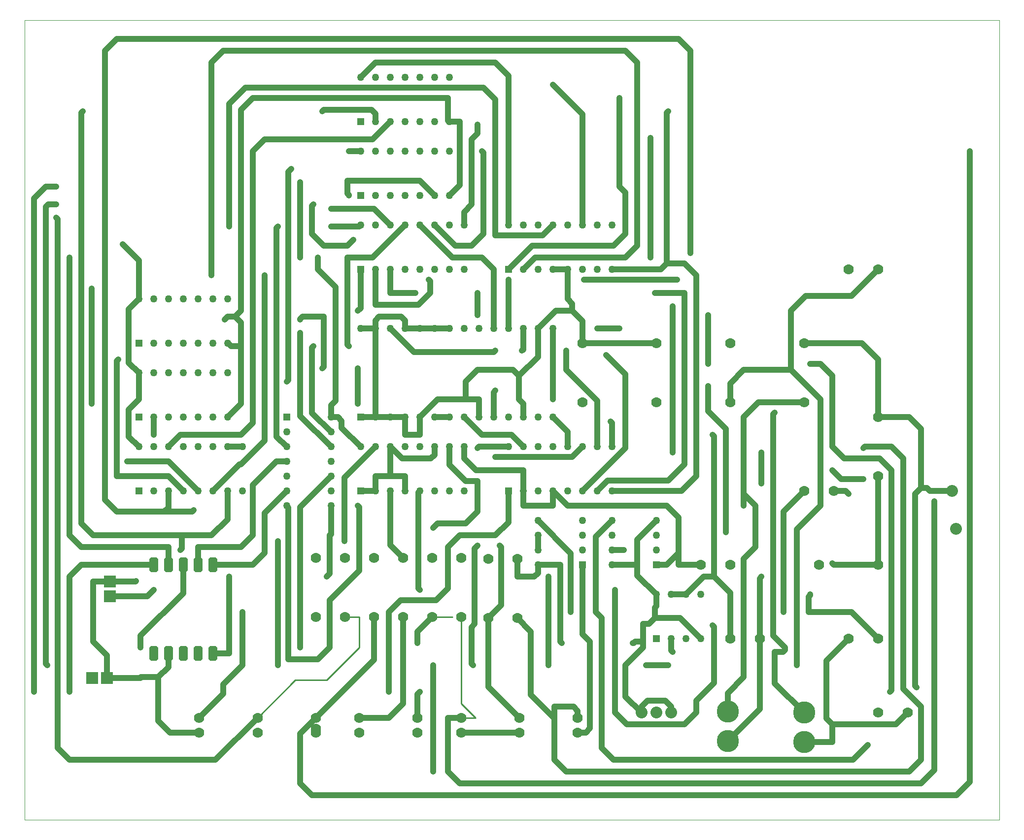
<source format=gbr>
G04 PROTEUS GERBER X2 FILE*
%TF.GenerationSoftware,Labcenter,Proteus,8.16-SP3-Build36097*%
%TF.CreationDate,2024-05-06T12:20:01+00:00*%
%TF.FileFunction,Copper,L2,Bot*%
%TF.FilePolarity,Positive*%
%TF.Part,Single*%
%TF.SameCoordinates,{807a0646-054e-4b8c-a3a0-1762012dc6c7}*%
%FSLAX45Y45*%
%MOMM*%
G01*
%TA.AperFunction,Conductor*%
%ADD10C,1.016000*%
%ADD11C,0.254000*%
%TA.AperFunction,ViaPad*%
%ADD14C,0.762000*%
%TA.AperFunction,ComponentPad*%
%ADD15C,1.778000*%
%TA.AperFunction,ComponentPad*%
%ADD16R,1.270000X1.270000*%
%ADD17C,1.270000*%
%AMDIL008*
4,1,8,
-0.762000,0.965200,-0.457200,1.270000,0.457200,1.270000,0.762000,0.965200,0.762000,-0.965200,
0.457200,-1.270000,-0.457200,-1.270000,-0.762000,-0.965200,-0.762000,0.965200,
0*%
%TA.AperFunction,ComponentPad*%
%ADD18DIL008*%
%TA.AperFunction,ComponentPad*%
%ADD19C,3.810000*%
%TA.AperFunction,ComponentPad*%
%ADD70C,2.032000*%
%TA.AperFunction,ComponentPad*%
%ADD71R,2.032000X2.032000*%
%TA.AperFunction,OtherPad,Unknown*%
%ADD20C,1.778000*%
%TA.AperFunction,Profile*%
%ADD21C,0.101600*%
%TD.AperFunction*%
D10*
X+3628000Y-3200400D02*
X+3628000Y-4410400D01*
X+3080000Y-4958400D01*
X-6000000Y-4810400D02*
X-6502400Y-4810400D01*
X-6705600Y-4607200D01*
X-6705600Y-3860800D01*
X+500000Y-4810400D02*
X+641350Y-4810400D01*
X+711200Y-4740550D01*
X+711200Y-3251200D01*
X+580000Y-3120000D01*
X+580000Y-1930400D01*
X-1452000Y+101600D02*
X-1452000Y-101600D01*
X-1248800Y-304800D01*
X-436000Y-304800D01*
X-436000Y-660400D01*
X-1960000Y+101600D02*
X-1960000Y-38100D01*
X-2023500Y-101600D01*
X-2518800Y-101600D01*
X-2722000Y+101600D01*
X+4876800Y-4673600D02*
X+4876800Y-4978400D01*
X+4390000Y-4978400D01*
X+5152000Y-3200400D02*
X+4775200Y-3577200D01*
X+4775200Y-4572000D01*
X+4876800Y-4673600D01*
X+5964800Y-4673600D01*
X+6168000Y-4470400D01*
X+2235200Y-1727200D02*
X+2032000Y-1930400D01*
X+1850000Y-1930400D01*
X-7540000Y-2216400D02*
X-7823200Y-2216400D01*
X-7823200Y-3251200D01*
X-7586000Y-3488400D01*
X-7586000Y-3870400D01*
X-2743200Y-406400D02*
X-2468000Y-406400D01*
X-2468000Y-660400D01*
X-2976000Y-660400D02*
X-2976000Y-406400D01*
X-2743200Y-406400D01*
X+3628000Y-3200400D02*
X+3628000Y-2163200D01*
X+3657600Y-2133600D01*
X-6705600Y-3860800D02*
X-6532000Y-3687200D01*
X-6532000Y-3454400D01*
X-436000Y-660400D02*
X-436000Y-914400D01*
X+72000Y-914400D01*
X+72000Y-660400D01*
X+326000Y-914400D01*
X+2032000Y-914400D01*
X+2235200Y-1117600D01*
X+2235200Y-1727200D01*
X+5152000Y-711200D02*
X+5101200Y-660400D01*
X+4898000Y-660400D01*
X-7586000Y-3870400D02*
X-7010400Y-3870400D01*
X-7000800Y-3860800D01*
X-6705600Y-3860800D01*
X-2722000Y+101600D02*
X-2722000Y-385200D01*
X-2743200Y-406400D01*
X-500000Y-4810400D02*
X-1500000Y-4810400D01*
X-5516000Y+101600D02*
X-5262000Y+101600D01*
X-2976000Y-660400D02*
X-3230000Y-660400D01*
X+2612000Y-1930400D02*
X+2235200Y-1930400D01*
X+2235200Y-1727200D01*
X-7540000Y-2216400D02*
X-7093200Y-2216400D01*
X-7086600Y-2209800D01*
X-1981200Y-1295400D02*
X-1905000Y-1219200D01*
X-1422400Y-1219200D01*
X-1219200Y-1016000D01*
X-1219200Y-488950D01*
X-1422400Y-488950D01*
X-1706000Y-205350D01*
X-1706000Y+101600D01*
X-6604000Y-1016000D02*
X-6121400Y-1016000D01*
X-6096000Y-990600D01*
X-6604000Y-1016000D02*
X-6532000Y-944000D01*
X-6532000Y-660400D01*
X+2438400Y+3429000D02*
X+2438400Y+6908800D01*
X+2235200Y+7112000D01*
X-7416800Y+7112000D01*
X-7620000Y+6908800D01*
X-7620000Y-812800D01*
X-7416800Y-1016000D01*
X-6604000Y-1016000D01*
X+1219200Y+4775200D02*
X+1219200Y+6096000D01*
X-1981200Y-3657600D02*
X-1981200Y-5486400D01*
X-4648200Y-3657600D02*
X-4648200Y-1524000D01*
X+1219200Y+4775200D02*
X+1219200Y+4572000D01*
X+1320800Y+4470400D01*
X+1320800Y+3759200D01*
X+1117600Y+3556000D01*
X-283600Y+3556000D01*
X-690000Y+3149600D01*
X-1219200Y-1600200D02*
X-1267241Y-1648241D01*
X-1267241Y-2946400D01*
X-1320800Y-2999959D01*
X-1320800Y-3632200D01*
X-1295400Y-3657600D01*
X-5791200Y+3048000D02*
X-5791200Y+6705600D01*
X-5588000Y+6908800D01*
X+1320800Y+6908800D01*
X+1524000Y+6705600D01*
X+1524000Y+3556000D01*
X+1320800Y+3352800D01*
X-232800Y+3352800D01*
X-436000Y+3149600D01*
X-5770000Y-660400D02*
X-5312800Y-203200D01*
X-5283200Y-203200D01*
X-4876800Y+203200D01*
X-4876800Y+3048000D01*
X-6299200Y-1422400D02*
X-5791200Y-1422400D01*
X-5516000Y-1147200D01*
X-5516000Y-660400D01*
X-6299200Y-1422400D02*
X-7823200Y-1422400D01*
X-8026400Y-1219200D01*
X-8026400Y+5842000D01*
X-8001000Y+5867400D01*
X-2976000Y+5689600D02*
X-2976000Y+5829300D01*
X-3039500Y+5892800D01*
X-3860800Y+5892800D01*
X-3886200Y+5867400D01*
X+1752600Y+5410200D02*
X+1752600Y+3352800D01*
X-3505200Y-1524000D02*
X-3505200Y-427600D01*
X-2976000Y+101600D01*
X-6299200Y-1422400D02*
X-6299200Y-1651000D01*
X-6324600Y-1676400D01*
X-7239000Y-152400D02*
X-6532000Y-152400D01*
X-6024000Y-660400D01*
X-6781800Y+304800D02*
X-6786000Y+309000D01*
X-6786000Y+609600D01*
X-7391400Y+1600200D02*
X-7416800Y+1574800D01*
X-7416800Y-406400D01*
X-6532000Y-406400D01*
X-6278000Y-660400D01*
X+1596000Y-4470400D02*
X+1320800Y-4195200D01*
X+1320800Y-3657600D01*
X+1625600Y-3352800D01*
X+1625600Y-3251200D01*
X+1625600Y-2946400D02*
X+1625600Y-3251200D01*
X+2104000Y-4470400D02*
X+2104000Y-4368800D01*
X+2002400Y-4267200D01*
X+1697600Y-4267200D01*
X+1596000Y-4368800D01*
X+1596000Y-4470400D01*
X+6400800Y-609600D02*
X+6299200Y-711200D01*
X+6299200Y-4013200D01*
X+6324600Y-4038600D01*
X+4390000Y+1879600D02*
X+5384800Y+1879600D01*
X+5660000Y+1604400D01*
X+5660000Y+609600D01*
X+6197600Y+609600D01*
X+6400800Y+406400D01*
X+6400800Y-609600D01*
X+326000Y+3149600D02*
X+326000Y+2641600D01*
X+406400Y+2561200D01*
X+406400Y+2438400D01*
X-2500000Y-1810400D02*
X-2722000Y-1588400D01*
X-2722000Y-660400D01*
X+1828800Y-2844800D02*
X+2256400Y-2844800D01*
X+2612000Y-3200400D01*
X-182000Y+2133600D02*
X-182000Y+1646800D01*
X-508000Y+1320800D01*
X+1524000Y-1930400D02*
X+1524000Y-1494400D01*
X+1850000Y-1168400D01*
X+1850000Y-2438400D02*
X+1850000Y-2641600D01*
X+1828800Y-2662800D01*
X+1828800Y-2844800D01*
X+1625600Y-2946400D02*
X+1727200Y-2946400D01*
X+1828800Y-2844800D01*
X+1850000Y-2438400D02*
X+1524000Y-2112400D01*
X+1524000Y-1930400D01*
X+1524000Y-3251200D02*
X+1625600Y-3251200D01*
X-534482Y-1828882D02*
X-534482Y-2133600D01*
X-245500Y-2133600D01*
X-182000Y-2070100D01*
X-182000Y-1930400D01*
X+6400800Y-609600D02*
X+6502400Y-609600D01*
X+6553200Y-660400D01*
X+6930000Y-660400D01*
X-182000Y-1930400D02*
X+203200Y-1930400D01*
X+203200Y-3251200D01*
X+228600Y-3276600D01*
X+1524000Y-3251200D02*
X+1485900Y-3251200D01*
X+1460500Y-3276600D01*
X+1447800Y-3276600D01*
X-2976000Y+609600D02*
X-2976000Y+2133600D01*
X+1850000Y+1879600D02*
X+580000Y+1879600D01*
X-182000Y+2133600D02*
X+122800Y+2438400D01*
X+406400Y+2438400D01*
X+580000Y+1879600D02*
X+580000Y+2264800D01*
X+406400Y+2438400D01*
X-2214000Y+609600D02*
X-1909200Y+914400D01*
X-1422400Y+914400D01*
X-508000Y+1320800D02*
X-609600Y+1422400D01*
X-1219200Y+1422400D01*
X-1422400Y+1219200D01*
X-1422400Y+914400D01*
X-1198000Y+914400D01*
X-1198000Y+609600D01*
X+1524000Y-1930400D02*
X+1088000Y-1930400D01*
X-1960000Y+2133600D02*
X-1706000Y+2133600D01*
X-2214000Y+2133600D02*
X-2468000Y+2133600D01*
X-2976000Y+2133600D02*
X-3230000Y+2133600D01*
X-1960000Y+2133600D02*
X-2214000Y+2133600D01*
X-2722000Y+609600D02*
X-2468000Y+609600D01*
X-2468000Y+304800D01*
X-2214000Y+304800D01*
X-2214000Y+609600D01*
X-2976000Y+609600D02*
X-2722000Y+609600D01*
X+72000Y+3149600D02*
X+326000Y+3149600D01*
X-2976000Y+609600D02*
X-3230000Y+609600D01*
X-508000Y+1320800D02*
X-508000Y+914400D01*
X-436000Y+842400D01*
X-436000Y+609600D01*
X-2468000Y+2133600D02*
X-2468000Y+2273300D01*
X-2531500Y+2336800D01*
X-2912500Y+2336800D01*
X-2976000Y+2273300D01*
X-2976000Y+2133600D01*
X-6532000Y+101600D02*
X-6328800Y+304800D01*
X-5283200Y+304800D01*
X-5080000Y+508000D01*
X-5080000Y+5181600D01*
X-4876800Y+5384800D01*
X-3026800Y+5384800D01*
X-2722000Y+5689600D01*
X-5486400Y+3886200D02*
X-5486400Y+5994400D01*
X-5207000Y+6273800D01*
X-1117600Y+6273800D01*
X-914400Y+6070600D01*
X-914400Y+3733800D01*
X-105800Y+3733800D01*
X+72000Y+3911600D01*
X-4648200Y+3886200D02*
X-4673600Y+3860800D01*
X-4673600Y+275200D01*
X-4500000Y+101600D01*
X-4419600Y+4876800D02*
X-4470400Y+4826000D01*
X-4470400Y+1244600D01*
X-4495800Y+1219200D01*
X+76200Y+6324600D02*
X+580000Y+5820800D01*
X+580000Y+3911600D01*
X-4038600Y+1828800D02*
X-4064000Y+1803400D01*
X-4064000Y+681600D01*
X-3738000Y+355600D01*
X-6781800Y-2362200D02*
X-6890000Y-2470400D01*
X-7540000Y-2470400D01*
X-2209800Y-2362200D02*
X-2235200Y-2336800D01*
X-2235200Y-681600D01*
X-2214000Y-660400D01*
X-1960000Y+609600D02*
X-1706000Y+609600D01*
X-1452000Y+609600D02*
X-1147200Y+304800D01*
X-639200Y+304800D01*
X-436000Y+101600D01*
X+2743200Y+1143000D02*
X+2743200Y+711200D01*
X+3048000Y+406400D01*
X+3048000Y-1371600D01*
X-914400Y+1066800D02*
X-944000Y+1037200D01*
X-944000Y+609600D01*
X-3429000Y+1828800D02*
X-3454400Y+1854200D01*
X-3454400Y+3352800D01*
X-3026800Y+3352800D01*
X-2468000Y+3911600D01*
X+72000Y+609600D02*
X+326000Y+355600D01*
X+326000Y+101600D01*
X+76200Y+914400D02*
X+72000Y+918600D01*
X+72000Y+2133600D01*
X+304800Y+1752600D02*
X+304800Y+1422400D01*
X+834000Y+893200D01*
X+834000Y+101600D01*
X-457200Y+1752600D02*
X-436000Y+1773800D01*
X-436000Y+2133600D01*
X+609600Y+2971800D02*
X+2209800Y+2971800D01*
X-685800Y+2971800D02*
X-690000Y+2967600D01*
X-690000Y+2133600D01*
X-944000Y+2133600D02*
X-944000Y+3149600D01*
X-1147200Y+3352800D01*
X-1655200Y+3352800D01*
X-2214000Y+3911600D01*
X+4495800Y+1524000D02*
X+4673600Y+1524000D01*
X+4876800Y+1320800D01*
X+4876800Y+101600D01*
X+5080000Y-101600D01*
X+5689600Y-101600D01*
X+5892800Y-304800D01*
X+5892800Y-4089400D01*
X+5867400Y-4114800D01*
X+2743200Y+2362200D02*
X+2743200Y+1524000D01*
X+838200Y+2133600D02*
X+1219200Y+2133600D01*
X-914400Y+1752600D02*
X-939800Y+1727200D01*
X-2315600Y+1727200D01*
X-2722000Y+2133600D01*
X-3250000Y-4560400D02*
X-2743200Y-4560400D01*
X-2500000Y-4317200D01*
X-2500000Y-2826400D01*
X-1219200Y+5638800D02*
X-1219200Y+5486400D01*
X-1320800Y+5384800D01*
X-1320800Y+4267200D01*
X-1452000Y+4136000D01*
X-1452000Y+3911600D01*
X-4000000Y-4560400D02*
X-4267200Y-4827600D01*
X-4267200Y-5689600D01*
X-4064000Y-5892800D01*
X+7010400Y-5892800D01*
X+7239000Y-5664200D01*
X+7239000Y+5181600D01*
X-1143000Y+5181600D02*
X-1117600Y+5156200D01*
X-1117600Y+3759200D01*
X-1320800Y+3556000D01*
X-1604400Y+3556000D01*
X-1960000Y+3911600D01*
X-3000000Y-2826400D02*
X-3000000Y-3560400D01*
X-4000000Y-4560400D01*
X-3733800Y+4191000D02*
X-3001400Y+4191000D01*
X-2722000Y+3911600D01*
X-5000000Y-4560400D02*
X-5722800Y-5283200D01*
X-8229600Y-5283200D01*
X-8432800Y-5080000D01*
X-8432800Y+4013200D01*
X-8458200Y+4038600D01*
D11*
X-5000000Y-4560400D02*
X-4350659Y-3911059D01*
X-3808259Y-3911059D01*
X-3250000Y-3352800D01*
X-3250000Y-2826400D01*
X-3500000Y-2826400D01*
D10*
X-3276600Y+2438400D02*
X-3230000Y+2485000D01*
X-3230000Y+3149600D01*
X-7848600Y+838200D02*
X-7848600Y+2819400D01*
X-5257800Y-2971800D02*
X-5257800Y-3657600D01*
X-5588000Y-3987800D01*
X-5588000Y-4148400D01*
X-6000000Y-4560400D01*
X-5257800Y-2743200D02*
X-5257800Y-2971800D01*
X+1828800Y+2743200D02*
X+2336800Y+2743200D01*
X+2336800Y-203200D01*
X+2057400Y-482600D01*
X+1011800Y-482600D01*
X+834000Y-660400D01*
X-2057400Y+2971800D02*
X-2032000Y+2946400D01*
X-2032000Y+2743200D01*
X-2235200Y+2540000D01*
X-2976000Y+2540000D01*
X-2976000Y+3149600D01*
X+990600Y+1676400D02*
X+1320800Y+1346200D01*
X+1320800Y+80400D01*
X+580000Y-660400D01*
X-1219200Y+2743200D02*
X-1219200Y+2362200D01*
X-2286000Y+2743200D02*
X-2722000Y+2743200D01*
X-2722000Y+3149600D01*
X+3657600Y+0D02*
X+3657600Y-533400D01*
X+2133600Y+2514600D02*
X+2133600Y+0D01*
X-8458200Y+4267200D02*
X-8597900Y+4267200D01*
X-8636000Y+4229100D01*
X-8636000Y-3632200D01*
X-8610600Y-3657600D01*
X-3352800Y+3657600D02*
X-3454400Y+3556000D01*
X-3860800Y+3556000D01*
X-4064000Y+3759200D01*
X-4064000Y+4241800D01*
X-4038600Y+4267200D01*
X+101600Y-4572000D02*
X-304800Y-4165600D01*
X-304800Y-3074564D01*
X-534482Y-2844882D01*
X+101600Y-4572000D02*
X+101600Y-4368800D01*
X+430150Y-4368800D01*
X+500000Y-4438650D01*
X+500000Y-4560400D01*
X+1066800Y+533400D02*
X+1088000Y+512200D01*
X+1088000Y+101600D01*
X+101600Y-4572000D02*
X+101600Y-5283200D01*
X+304800Y-5486400D01*
X+6197600Y-5486400D01*
X+6400800Y-5283200D01*
X+6400800Y-4368800D01*
X+6096000Y-4064000D01*
X+6096000Y-101600D01*
X+5892800Y+101600D01*
X+5435600Y+101600D01*
X+5410200Y+76200D01*
X-1034482Y-2844882D02*
X-1034482Y-4025918D01*
X-500000Y-4560400D01*
X-914400Y-76200D02*
X+402200Y-76200D01*
X+580000Y+101600D01*
X-1034482Y-2844882D02*
X-812800Y-2623200D01*
X-812800Y-1625600D01*
X-838200Y-1600200D01*
X+5410200Y-457200D02*
X+5029200Y-457200D01*
X+4876800Y-304800D01*
X-1500000Y-4560400D02*
X-1727200Y-4560400D01*
X-1727200Y-5486400D01*
X-1524000Y-5689600D01*
X+6400800Y-5689600D01*
X+6629400Y-5461000D01*
X+6629400Y-838200D01*
D11*
X-1500000Y-4560400D02*
X-1250000Y-4560400D01*
X-1500000Y-4310400D01*
X-1500000Y-2826400D01*
D10*
X-2743200Y-3276600D02*
X-2743200Y-4114800D01*
X-2209800Y-4114800D02*
X-2250000Y-4155000D01*
X-2250000Y-4560400D01*
X-2743200Y-3276600D02*
X-2743200Y-3048000D01*
X-2743200Y-2743200D01*
X-2540000Y-2540000D01*
X-1930400Y-2540000D01*
X-1727200Y-2336800D01*
X-1727200Y-1625600D01*
X-1524000Y-1422400D01*
X-914400Y-1422400D01*
X-690000Y-1198000D01*
X-690000Y-660400D01*
X-2000000Y-2826400D02*
X-2250000Y-3076400D01*
X-2250000Y-3276600D01*
D11*
X-2000000Y-2826400D02*
X-1655200Y-2826400D01*
D10*
X+5660000Y-1930400D02*
X+4902200Y-1930400D01*
X+4876800Y-1905000D01*
X+1143000Y-2362200D02*
X+1143000Y-4470400D01*
X+1346200Y-4673600D01*
X+2336800Y-4673600D01*
X+2540000Y-4470400D01*
X+2540000Y-4267200D01*
X+2844800Y-3962400D01*
X+2844800Y-2997200D01*
X+2819400Y-2971800D01*
X+1295400Y-1676400D02*
X+1088000Y-1676400D01*
X+5660000Y-1930400D02*
X+5660000Y-406400D01*
X+5486400Y-5029200D02*
X+5232400Y-5283200D01*
X+1117600Y-5283200D01*
X+914400Y-5080000D01*
X+914400Y-2844800D01*
X+812800Y-2743200D01*
X+812800Y-1443600D01*
X+1088000Y-1168400D01*
X+2844800Y-2133600D02*
X+3120000Y-2408800D01*
X+3120000Y-3200400D01*
X+2819400Y+304800D02*
X+2844800Y+279400D01*
X+2844800Y-2133600D01*
X+2358000Y-2438400D02*
X+2662800Y-2133600D01*
X+2844800Y-2133600D01*
X+2358000Y-2438400D02*
X+2104000Y-2438400D01*
X+3886200Y-3429000D02*
X+3886200Y-3966600D01*
X+4390000Y-4470400D01*
X+2133600Y-3429000D02*
X+2104000Y-3399400D01*
X+2104000Y-3200400D01*
X+3886200Y+685800D02*
X+3860800Y+660400D01*
X+3860800Y-3149600D01*
X+4064000Y-3352800D01*
X+4064000Y-3390900D01*
X+4025900Y-3429000D01*
X+3886200Y-3429000D01*
X+4495800Y-2438400D02*
X+4495800Y-2451100D01*
X+4470400Y-2476500D01*
X+4470400Y-2743200D01*
X+5202800Y-2743200D01*
X+5660000Y-3200400D01*
X+4165600Y+1422400D02*
X+4165600Y+2438400D01*
X+4422598Y+2695398D01*
X+5205798Y+2695398D01*
X+5660000Y+3149600D01*
X+4165600Y+1422400D02*
X+3352800Y+1422400D01*
X+3120000Y+1189600D01*
X+3120000Y+863600D01*
X-182000Y-1422400D02*
X-182000Y-1676400D01*
X+0Y-3657600D02*
X+0Y-2133600D01*
X+2057400Y-3657600D02*
X+1676400Y-3657600D01*
X+4165600Y+1422400D02*
X+4673600Y+914400D01*
X+4673600Y-914400D01*
X+4267200Y-1320800D01*
X+4267200Y-3657600D01*
X+3352800Y-711200D02*
X+3352800Y+609600D01*
X+3606800Y+863600D01*
X+4390000Y+863600D01*
X+3352800Y-711200D02*
X+3556000Y-914400D01*
X+3556000Y-1625600D01*
X+3352800Y-1828800D01*
X+3352800Y-3860800D01*
X+3080000Y-4133600D01*
X+3080000Y-4450400D01*
X+3352800Y-914400D02*
X+3352800Y-711200D01*
X+381000Y-2743200D02*
X+381000Y-1731400D01*
X-182000Y-1168400D01*
X+4038600Y-2743200D02*
X+4038600Y-1011800D01*
X+4390000Y-660400D01*
X-4500000Y-152400D02*
X-4673600Y-152400D01*
X-5080000Y-558800D01*
X-5080000Y-1422400D01*
X-5283200Y-1625600D01*
X-6024000Y-1625600D01*
X-6024000Y-1930400D01*
X-5770000Y-1930400D02*
X-5080000Y-1930400D01*
X-4876800Y-1727200D01*
X-4876800Y-1037200D01*
X-4500000Y-660400D01*
X-7010400Y-3352800D02*
X-7010400Y-3149600D01*
X-6278000Y-2417200D01*
X-6278000Y-1930400D01*
X-4267200Y+2057400D02*
X-4267200Y+630800D01*
X-3738000Y+101600D01*
X-4267200Y-3352800D02*
X-4267200Y-935600D01*
X-3738000Y-406400D01*
X-3810000Y-2133600D02*
X-3759200Y-2082800D01*
X-3759200Y-1422400D01*
X-3738000Y-1401200D01*
X-3738000Y-914400D01*
X-5486400Y-2133600D02*
X-5486400Y-3454400D01*
X-5770000Y-3454400D01*
X-4267200Y+3352800D02*
X-4267200Y+4648200D01*
X-8229600Y+3352800D02*
X-8229600Y-1422400D01*
X-8026400Y-1625600D01*
X-6532000Y-1625600D01*
X-6532000Y-1930400D01*
X-8229600Y-4114800D02*
X-8229600Y-2133600D01*
X-8026400Y-1930400D01*
X-6786000Y-1930400D01*
X-8458200Y+4572000D02*
X-8636000Y+4572000D01*
X-8839200Y+4368800D01*
X-8839200Y-4114800D01*
X-3429000Y+4419600D02*
X-3429000Y+4432300D01*
X-3454400Y+4457700D01*
X-3454400Y+4673600D01*
X-2214000Y+4673600D01*
X-1960000Y+4419600D01*
X-5283200Y+1828800D02*
X-5283200Y+842400D01*
X-5516000Y+609600D01*
X-5384800Y+2336800D02*
X-5283200Y+2235200D01*
X-5283200Y+1828800D01*
X-1727200Y+6096000D02*
X-5080000Y+6096000D01*
X-5283200Y+5892800D01*
X-5283200Y+2438400D01*
X-5384800Y+2336800D01*
X+2032000Y+3251200D02*
X+2336800Y+3251200D01*
X+2540000Y+3048000D01*
X+2540000Y-406400D01*
X+2286000Y-660400D01*
X+1088000Y-660400D01*
X-5384800Y+1828800D02*
X-5283200Y+1828800D01*
X+2032000Y+3251200D02*
X+2032000Y+5842000D01*
X+2057400Y+5867400D01*
X-1706000Y+5689600D02*
X-1727200Y+5710800D01*
X-1727200Y+6096000D01*
X-5384800Y+1828800D02*
X-5452500Y+1828800D01*
X-5503300Y+1879600D01*
X-5516000Y+1879600D01*
X-4500000Y-914400D02*
X-4470400Y-944000D01*
X-4470400Y-3556000D01*
X-3962400Y-3556000D01*
X-3759200Y-3352800D01*
X-3759200Y-2540000D01*
X-3251200Y-2032000D01*
X-3251200Y-939800D01*
X-3276600Y-914400D01*
X-5384800Y+2336800D02*
X-5511800Y+2336800D01*
X-5562600Y+2286000D01*
X-3886200Y+1447800D02*
X-3860800Y+1473200D01*
X-3860800Y+2336800D01*
X-4229100Y+2336800D01*
X-4267200Y+2298700D01*
X-4267200Y+2286000D01*
X-3276600Y+838200D02*
X-3276600Y+1447800D01*
X+1088000Y+3149600D02*
X+1930400Y+3149600D01*
X+2032000Y+3251200D01*
X-3230000Y+6451600D02*
X-2976000Y+6705600D01*
X-914400Y+6705600D01*
X-690000Y+6481200D01*
X-690000Y+3911600D01*
X-3230000Y+101600D02*
X-3556000Y+427600D01*
X-3556000Y+546100D01*
X-3619500Y+609600D01*
X-3738000Y+609600D01*
X-3733800Y+3886200D02*
X-3255400Y+3886200D01*
X-3230000Y+3911600D01*
X-690000Y+101600D02*
X-1193800Y+101600D01*
X-1219200Y+76200D01*
X-7040000Y+1371600D02*
X-7213600Y+1545200D01*
X-7213600Y+2468000D01*
X-7040000Y+2641600D01*
X-7040000Y+1371600D02*
X-7040000Y+914400D01*
X-7213600Y+740800D01*
X-7213600Y+275200D01*
X-7040000Y+101600D01*
X-3429000Y+5181600D02*
X-3230000Y+5181600D01*
X-7040000Y+2641600D02*
X-7040000Y+3306200D01*
X-7315200Y+3581400D01*
X-3657600Y+2844800D02*
X-3962400Y+3149600D01*
X-3962400Y+3352800D01*
X-3738000Y+609600D02*
X-3738000Y+812800D01*
X-3657600Y+893200D01*
X-3657600Y+2844800D01*
X-1706000Y+5689600D02*
X-1524000Y+5689600D01*
X-1524000Y+4601600D01*
X-1706000Y+4419600D01*
D14*
X+3657600Y-2133600D03*
X-7086600Y-2209800D03*
X+5152000Y-711200D03*
X-1981200Y-1295400D03*
X-6096000Y-990600D03*
X+2438400Y+3429000D03*
X-1981200Y-5486400D03*
X-4648200Y-1524000D03*
X-4648200Y-3657600D03*
X+1219200Y+6096000D03*
X-1295400Y-3657600D03*
X-1219200Y-1600200D03*
X-1981200Y-3657600D03*
X+1219200Y+4775200D03*
X-5791200Y+3048000D03*
X-4876800Y+3048000D03*
X-8001000Y+5867400D03*
X-3886200Y+5867400D03*
X+1752600Y+3352800D03*
X+1752600Y+5410200D03*
X-3505200Y-1524000D03*
X-6324600Y-1676400D03*
X-7239000Y-152400D03*
X-6781800Y+304800D03*
X-7391400Y+1600200D03*
X+6324600Y-4038600D03*
X+228600Y-3276600D03*
X+1447800Y-3276600D03*
X-5486400Y+3886200D03*
X-4648200Y+3886200D03*
X-4495800Y+1219200D03*
X-4419600Y+4876800D03*
X+76200Y+6324600D03*
X-4038600Y+1828800D03*
X-6781800Y-2362200D03*
X-2209800Y-2362200D03*
X+3048000Y-1371600D03*
X+2743200Y+1143000D03*
X-914400Y+1066800D03*
X-3429000Y+1828800D03*
X+76200Y+914400D03*
X+304800Y+1752600D03*
X-457200Y+1752600D03*
X+2209800Y+2971800D03*
X+609600Y+2971800D03*
X-685800Y+2971800D03*
X+5867400Y-4114800D03*
X+4495800Y+1524000D03*
X+2743200Y+1524000D03*
X+2743200Y+2362200D03*
X+1219200Y+2133600D03*
X+838200Y+2133600D03*
X-914400Y+1752600D03*
X-1219200Y+5638800D03*
X+7239000Y+5181600D03*
X-1143000Y+5181600D03*
X-3733800Y+4191000D03*
X-8458200Y+4038600D03*
X-3276600Y+2438400D03*
X-7848600Y+2819400D03*
X-7848600Y+838200D03*
X-5257800Y-2971800D03*
X-5257800Y-2743200D03*
X+1828800Y+2743200D03*
X-2057400Y+2971800D03*
X+990600Y+1676400D03*
X-1219200Y+2362200D03*
X-1219200Y+2743200D03*
X-2286000Y+2743200D03*
X+3657600Y-533400D03*
X+3657600Y+0D03*
X+2133600Y+0D03*
X+2133600Y+2514600D03*
X-8610600Y-3657600D03*
X-8458200Y+4267200D03*
X-4038600Y+4267200D03*
X-3352800Y+3657600D03*
X+1066800Y+533400D03*
X+5410200Y+76200D03*
X-914400Y-76200D03*
X-838200Y-1600200D03*
X+4876800Y-304800D03*
X+5410200Y-457200D03*
X+6629400Y-838200D03*
X-2209800Y-4114800D03*
X-2743200Y-4114800D03*
X-2743200Y-3276600D03*
X-2250000Y-3276600D03*
X+4876800Y-1905000D03*
X+2819400Y-2971800D03*
X+1143000Y-2362200D03*
X+1295400Y-1676400D03*
X+5486400Y-5029200D03*
X+2819400Y+304800D03*
X+3886200Y-3429000D03*
X+2133600Y-3429000D03*
X+3886200Y+685800D03*
X+4495800Y-2438400D03*
X+0Y-2133600D03*
X+0Y-3657600D03*
X+1676400Y-3657600D03*
X+2057400Y-3657600D03*
X+4267200Y-3657600D03*
X+3352800Y-914400D03*
X+381000Y-2743200D03*
X+4038600Y-2743200D03*
X-7010400Y-3352800D03*
X-4267200Y+2057400D03*
X-4267200Y-3352800D03*
X-3810000Y-2133600D03*
X-5486400Y-2133600D03*
X-4267200Y+4648200D03*
X-4267200Y+3352800D03*
X-8229600Y+3352800D03*
X-8229600Y-4114800D03*
X-8839200Y-4114800D03*
X-8458200Y+4572000D03*
X-3429000Y+4419600D03*
X+2057400Y+5867400D03*
X-3276600Y-914400D03*
X-5562600Y+2286000D03*
X-4267200Y+2286000D03*
X-3276600Y+1447800D03*
X-3276600Y+838200D03*
X-3886200Y+1447800D03*
X-3733800Y+3886200D03*
X-1219200Y+76200D03*
X-3429000Y+5181600D03*
X-7315200Y+3581400D03*
X-3962400Y+3352800D03*
D15*
X-534482Y-1828882D03*
X-534482Y-2844882D03*
X-1034482Y-1828882D03*
X-1034482Y-2844882D03*
X-1500000Y-1810400D03*
X-1500000Y-2826400D03*
X-2000000Y-1810400D03*
X-2000000Y-2826400D03*
X-2500000Y-1810400D03*
X-2500000Y-2826400D03*
X-3000000Y-1810400D03*
X-3000000Y-2826400D03*
X-3500000Y-1810400D03*
X-3500000Y-2826400D03*
X-4000000Y-1810400D03*
X-4000000Y-2826400D03*
X+500000Y-4560400D03*
X+500000Y-4810400D03*
X-500000Y-4560400D03*
X-500000Y-4810400D03*
X-1500000Y-4560400D03*
X-1500000Y-4810400D03*
X-2250000Y-4560400D03*
X-2250000Y-4810400D03*
X-3250000Y-4560400D03*
X-3250000Y-4810400D03*
X-4000000Y-4560400D03*
X-4000000Y-4810400D03*
X-5000000Y-4560400D03*
X-5000000Y-4810400D03*
X-6000000Y-4560400D03*
X-6000000Y-4810400D03*
D16*
X-3230000Y+609600D03*
D17*
X-2976000Y+609600D03*
X-2722000Y+609600D03*
X-2468000Y+609600D03*
X-2214000Y+609600D03*
X-1960000Y+609600D03*
X-1706000Y+609600D03*
X-1452000Y+609600D03*
X-1198000Y+609600D03*
X-944000Y+609600D03*
X-690000Y+609600D03*
X-436000Y+609600D03*
X-182000Y+609600D03*
X+72000Y+609600D03*
X+72000Y+2133600D03*
X-182000Y+2133600D03*
X-436000Y+2133600D03*
X-690000Y+2133600D03*
X-944000Y+2133600D03*
X-1198000Y+2133600D03*
X-1452000Y+2133600D03*
X-1706000Y+2133600D03*
X-1960000Y+2133600D03*
X-2214000Y+2133600D03*
X-2468000Y+2133600D03*
X-2722000Y+2133600D03*
X-2976000Y+2133600D03*
X-3230000Y+2133600D03*
D18*
X-6532000Y-3454400D03*
X-6786000Y-3454400D03*
X-6532000Y-1930400D03*
X-6278000Y-3454400D03*
X-6278000Y-1930400D03*
X-6024000Y-1930400D03*
X-6786000Y-1930400D03*
X-5770000Y-1930400D03*
X-5770000Y-3454400D03*
X-6024000Y-3454400D03*
D16*
X-3230000Y-660400D03*
D17*
X-2976000Y-660400D03*
X-2722000Y-660400D03*
X-2468000Y-660400D03*
X-2214000Y-660400D03*
X-1960000Y-660400D03*
X-1706000Y-660400D03*
X-1452000Y-660400D03*
X-1452000Y+101600D03*
X-1706000Y+101600D03*
X-1960000Y+101600D03*
X-2214000Y+101600D03*
X-2468000Y+101600D03*
X-2722000Y+101600D03*
X-2976000Y+101600D03*
X-3230000Y+101600D03*
D16*
X-3230000Y+3149600D03*
D17*
X-2976000Y+3149600D03*
X-2722000Y+3149600D03*
X-2468000Y+3149600D03*
X-2214000Y+3149600D03*
X-1960000Y+3149600D03*
X-1706000Y+3149600D03*
X-1452000Y+3149600D03*
X-1452000Y+3911600D03*
X-1706000Y+3911600D03*
X-1960000Y+3911600D03*
X-2214000Y+3911600D03*
X-2468000Y+3911600D03*
X-2722000Y+3911600D03*
X-2976000Y+3911600D03*
X-3230000Y+3911600D03*
D16*
X-690000Y-660400D03*
D17*
X-436000Y-660400D03*
X-182000Y-660400D03*
X+72000Y-660400D03*
X+326000Y-660400D03*
X+580000Y-660400D03*
X+834000Y-660400D03*
X+1088000Y-660400D03*
X+1088000Y+101600D03*
X+834000Y+101600D03*
X+580000Y+101600D03*
X+326000Y+101600D03*
X+72000Y+101600D03*
X-182000Y+101600D03*
X-436000Y+101600D03*
X-690000Y+101600D03*
D16*
X-690000Y+3149600D03*
D17*
X-436000Y+3149600D03*
X-182000Y+3149600D03*
X+72000Y+3149600D03*
X+326000Y+3149600D03*
X+580000Y+3149600D03*
X+834000Y+3149600D03*
X+1088000Y+3149600D03*
X+1088000Y+3911600D03*
X+834000Y+3911600D03*
X+580000Y+3911600D03*
X+326000Y+3911600D03*
X+72000Y+3911600D03*
X-182000Y+3911600D03*
X-436000Y+3911600D03*
X-690000Y+3911600D03*
D16*
X-4500000Y+609600D03*
D17*
X-4500000Y+355600D03*
X-4500000Y+101600D03*
X-4500000Y-152400D03*
X-4500000Y-406400D03*
X-4500000Y-660400D03*
X-4500000Y-914400D03*
X-3738000Y-914400D03*
X-3738000Y-660400D03*
X-3738000Y-406400D03*
X-3738000Y-152400D03*
X-3738000Y+101600D03*
X-3738000Y+355600D03*
X-3738000Y+609600D03*
D16*
X-3230000Y+4419600D03*
D17*
X-2976000Y+4419600D03*
X-2722000Y+4419600D03*
X-2468000Y+4419600D03*
X-2214000Y+4419600D03*
X-1960000Y+4419600D03*
X-1706000Y+4419600D03*
X-1706000Y+5181600D03*
X-1960000Y+5181600D03*
X-2214000Y+5181600D03*
X-2468000Y+5181600D03*
X-2722000Y+5181600D03*
X-2976000Y+5181600D03*
X-3230000Y+5181600D03*
D16*
X-7040000Y-660400D03*
D17*
X-6786000Y-660400D03*
X-6532000Y-660400D03*
X-6278000Y-660400D03*
X-6024000Y-660400D03*
X-5770000Y-660400D03*
X-5516000Y-660400D03*
X-5262000Y-660400D03*
X-5262000Y+101600D03*
X-5516000Y+101600D03*
X-5770000Y+101600D03*
X-6024000Y+101600D03*
X-6278000Y+101600D03*
X-6532000Y+101600D03*
X-6786000Y+101600D03*
X-7040000Y+101600D03*
D16*
X-3230000Y+5689600D03*
D17*
X-2976000Y+5689600D03*
X-2722000Y+5689600D03*
X-2468000Y+5689600D03*
X-2214000Y+5689600D03*
X-1960000Y+5689600D03*
X-1706000Y+5689600D03*
X-1706000Y+6451600D03*
X-1960000Y+6451600D03*
X-2214000Y+6451600D03*
X-2468000Y+6451600D03*
X-2722000Y+6451600D03*
X-2976000Y+6451600D03*
X-3230000Y+6451600D03*
D16*
X-7040000Y+609600D03*
D17*
X-6786000Y+609600D03*
X-6532000Y+609600D03*
X-6278000Y+609600D03*
X-6024000Y+609600D03*
X-5770000Y+609600D03*
X-5516000Y+609600D03*
X-5516000Y+1371600D03*
X-5770000Y+1371600D03*
X-6024000Y+1371600D03*
X-6278000Y+1371600D03*
X-6532000Y+1371600D03*
X-6786000Y+1371600D03*
X-7040000Y+1371600D03*
D16*
X-7040000Y+1879600D03*
D17*
X-6786000Y+1879600D03*
X-6532000Y+1879600D03*
X-6278000Y+1879600D03*
X-6024000Y+1879600D03*
X-5770000Y+1879600D03*
X-5516000Y+1879600D03*
X-5516000Y+2641600D03*
X-5770000Y+2641600D03*
X-6024000Y+2641600D03*
X-6278000Y+2641600D03*
X-6532000Y+2641600D03*
X-6786000Y+2641600D03*
X-7040000Y+2641600D03*
D19*
X+3080000Y-4450400D03*
X+3080000Y-4958400D03*
X+4390000Y-4470400D03*
X+4390000Y-4978400D03*
D70*
X+2104000Y-4470400D03*
X+1850000Y-4470400D03*
X+1596000Y-4470400D03*
D16*
X+580000Y-1930400D03*
D17*
X+580000Y-1676400D03*
X+580000Y-1422400D03*
X+580000Y-1168400D03*
X-182000Y-1168400D03*
X-182000Y-1422400D03*
X-182000Y-1676400D03*
X-182000Y-1930400D03*
D16*
X+1850000Y-3200400D03*
D17*
X+2104000Y-3200400D03*
X+2358000Y-3200400D03*
X+2612000Y-3200400D03*
X+2612000Y-2438400D03*
X+2358000Y-2438400D03*
X+2104000Y-2438400D03*
X+1850000Y-2438400D03*
D16*
X+1850000Y-1930400D03*
D17*
X+1850000Y-1676400D03*
X+1850000Y-1422400D03*
X+1850000Y-1168400D03*
X+1088000Y-1168400D03*
X+1088000Y-1422400D03*
X+1088000Y-1676400D03*
X+1088000Y-1930400D03*
D71*
X-7540000Y-2470400D03*
X-7540000Y-2216400D03*
X-7840000Y-3870400D03*
X-7586000Y-3870400D03*
D15*
X+4390000Y+1879600D03*
X+4390000Y+863600D03*
X+3120000Y+1879600D03*
X+3120000Y+863600D03*
X+1850000Y+1879600D03*
X+1850000Y+863600D03*
X+580000Y+1879600D03*
X+580000Y+863600D03*
X+5660000Y+609600D03*
X+5660000Y-406400D03*
X+5660000Y-1930400D03*
X+4644000Y-1930400D03*
X+4390000Y-660400D03*
X+4898000Y-660400D03*
X+5660000Y+3149600D03*
X+5152000Y+3149600D03*
X+5660000Y-3200400D03*
X+5152000Y-3200400D03*
X+3120000Y-3200400D03*
X+3628000Y-3200400D03*
X+5660000Y-4470400D03*
X+6168000Y-4470400D03*
X+3120000Y-1930400D03*
X+2612000Y-1930400D03*
D70*
X+7000000Y-1310400D03*
X+6930000Y-660400D03*
D20*
X-4000000Y-4750000D03*
D21*
X-9000000Y-6310400D02*
X+7750000Y-6310400D01*
X+7750000Y+7439600D01*
X-9000000Y+7439600D01*
X-9000000Y-6310400D01*
M02*

</source>
